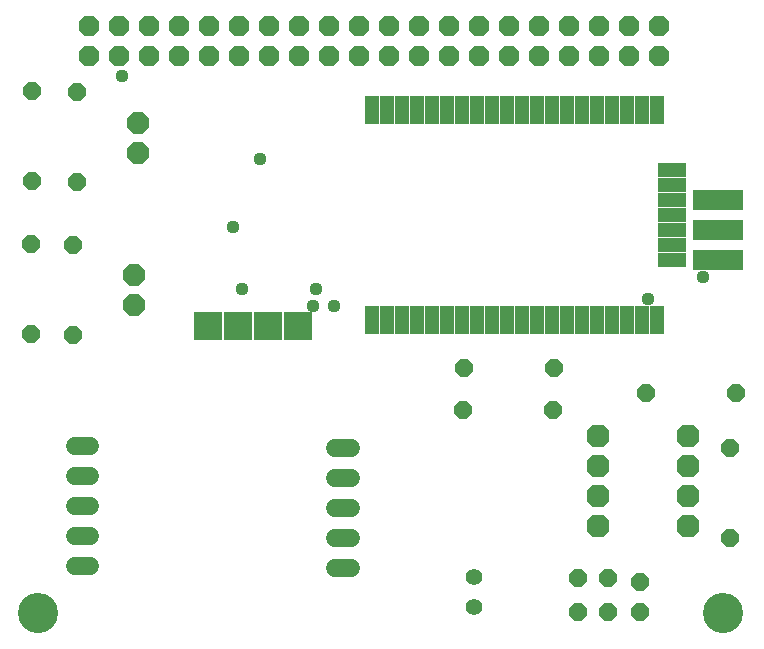
<source format=gts>
G75*
%MOIN*%
%OFA0B0*%
%FSLAX25Y25*%
%IPPOS*%
%LPD*%
%AMOC8*
5,1,8,0,0,1.08239X$1,22.5*
%
%ADD10C,0.13398*%
%ADD11R,0.16800X0.06800*%
%ADD12OC8,0.06800*%
%ADD13R,0.04800X0.09658*%
%ADD14R,0.09658X0.04800*%
%ADD15OC8,0.07400*%
%ADD16OC8,0.06000*%
%ADD17R,0.09400X0.09400*%
%ADD18OC8,0.07600*%
%ADD19C,0.05556*%
%ADD20C,0.06000*%
%ADD21C,0.04400*%
D10*
X0017548Y0017548D03*
X0245894Y0017548D03*
D11*
X0244280Y0135383D03*
X0244280Y0145383D03*
X0244280Y0155383D03*
D12*
X0224556Y0203375D03*
X0214556Y0203375D03*
X0204556Y0203375D03*
X0194556Y0203375D03*
X0184556Y0203375D03*
X0174556Y0203375D03*
X0164556Y0203375D03*
X0154556Y0203375D03*
X0144556Y0203375D03*
X0134556Y0203375D03*
X0124556Y0203375D03*
X0114556Y0203375D03*
X0104556Y0203375D03*
X0094556Y0203375D03*
X0084556Y0203375D03*
X0074556Y0203375D03*
X0064556Y0203375D03*
X0054556Y0203375D03*
X0044556Y0203375D03*
X0034556Y0203375D03*
X0034556Y0213375D03*
X0044556Y0213375D03*
X0054556Y0213375D03*
X0064556Y0213375D03*
X0074556Y0213375D03*
X0084556Y0213375D03*
X0094556Y0213375D03*
X0104556Y0213375D03*
X0114556Y0213375D03*
X0124556Y0213375D03*
X0134556Y0213375D03*
X0144556Y0213375D03*
X0154556Y0213375D03*
X0164556Y0213375D03*
X0174556Y0213375D03*
X0184556Y0213375D03*
X0194556Y0213375D03*
X0204556Y0213375D03*
X0214556Y0213375D03*
X0224556Y0213375D03*
D13*
X0223926Y0185422D03*
X0218926Y0185422D03*
X0213926Y0185422D03*
X0208926Y0185422D03*
X0203926Y0185422D03*
X0198926Y0185422D03*
X0193926Y0185422D03*
X0188926Y0185422D03*
X0183926Y0185422D03*
X0178926Y0185422D03*
X0173926Y0185422D03*
X0168926Y0185422D03*
X0163926Y0185422D03*
X0158926Y0185422D03*
X0153926Y0185422D03*
X0148926Y0185422D03*
X0143926Y0185422D03*
X0138926Y0185422D03*
X0133926Y0185422D03*
X0128926Y0185422D03*
X0128926Y0115422D03*
X0133926Y0115422D03*
X0138926Y0115422D03*
X0143926Y0115422D03*
X0148926Y0115422D03*
X0153926Y0115422D03*
X0158926Y0115422D03*
X0163926Y0115422D03*
X0168926Y0115422D03*
X0173926Y0115422D03*
X0178926Y0115422D03*
X0183926Y0115422D03*
X0188926Y0115422D03*
X0193926Y0115422D03*
X0198926Y0115422D03*
X0203926Y0115422D03*
X0208926Y0115422D03*
X0213926Y0115422D03*
X0218926Y0115422D03*
X0223926Y0115422D03*
D14*
X0228926Y0135422D03*
X0228926Y0140422D03*
X0228926Y0145422D03*
X0228926Y0150422D03*
X0228926Y0155422D03*
X0228926Y0160422D03*
X0228926Y0165422D03*
D15*
X0050776Y0171013D03*
X0050776Y0181013D03*
X0049359Y0130422D03*
X0049359Y0120422D03*
D16*
X0028965Y0110225D03*
X0015107Y0110698D03*
X0015107Y0140698D03*
X0028965Y0140225D03*
X0030304Y0161249D03*
X0015343Y0161839D03*
X0015343Y0191839D03*
X0030304Y0191249D03*
X0159398Y0099202D03*
X0159202Y0085461D03*
X0189202Y0085461D03*
X0189398Y0099202D03*
X0220107Y0091052D03*
X0248217Y0072627D03*
X0250107Y0091052D03*
X0248217Y0042627D03*
X0218099Y0028178D03*
X0218099Y0018178D03*
X0207548Y0018020D03*
X0197548Y0018020D03*
X0197548Y0029202D03*
X0207548Y0029202D03*
D17*
X0104241Y0113236D03*
X0094241Y0113236D03*
X0084241Y0113236D03*
X0074241Y0113236D03*
D18*
X0204202Y0076721D03*
X0204202Y0066721D03*
X0204202Y0056721D03*
X0204202Y0046721D03*
X0234202Y0046721D03*
X0234202Y0056721D03*
X0234202Y0066721D03*
X0234202Y0076721D03*
D19*
X0162666Y0029556D03*
X0162666Y0019556D03*
D20*
X0121723Y0032587D02*
X0116523Y0032587D01*
X0116523Y0042587D02*
X0121723Y0042587D01*
X0121723Y0052587D02*
X0116523Y0052587D01*
X0116523Y0062587D02*
X0121723Y0062587D01*
X0121723Y0072587D02*
X0116523Y0072587D01*
X0034912Y0073375D02*
X0029712Y0073375D01*
X0029712Y0063375D02*
X0034912Y0063375D01*
X0034912Y0053375D02*
X0029712Y0053375D01*
X0029712Y0043375D02*
X0034912Y0043375D01*
X0034912Y0033375D02*
X0029712Y0033375D01*
D21*
X0109083Y0119910D03*
X0115973Y0119910D03*
X0110068Y0125816D03*
X0085461Y0125816D03*
X0082509Y0146485D03*
X0091367Y0169123D03*
X0045600Y0196800D03*
X0220800Y0122400D03*
X0239005Y0129753D03*
M02*

</source>
